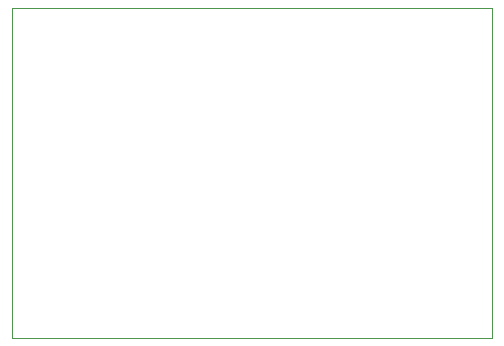
<source format=gko>
G75*
%MOIN*%
%OFA0B0*%
%FSLAX25Y25*%
%IPPOS*%
%LPD*%
%AMOC8*
5,1,8,0,0,1.08239X$1,22.5*
%
%ADD10C,0.00000*%
D10*
X0001608Y0020337D02*
X0001608Y0130337D01*
X0161608Y0130337D01*
X0161608Y0020337D01*
X0001608Y0020337D01*
M02*

</source>
